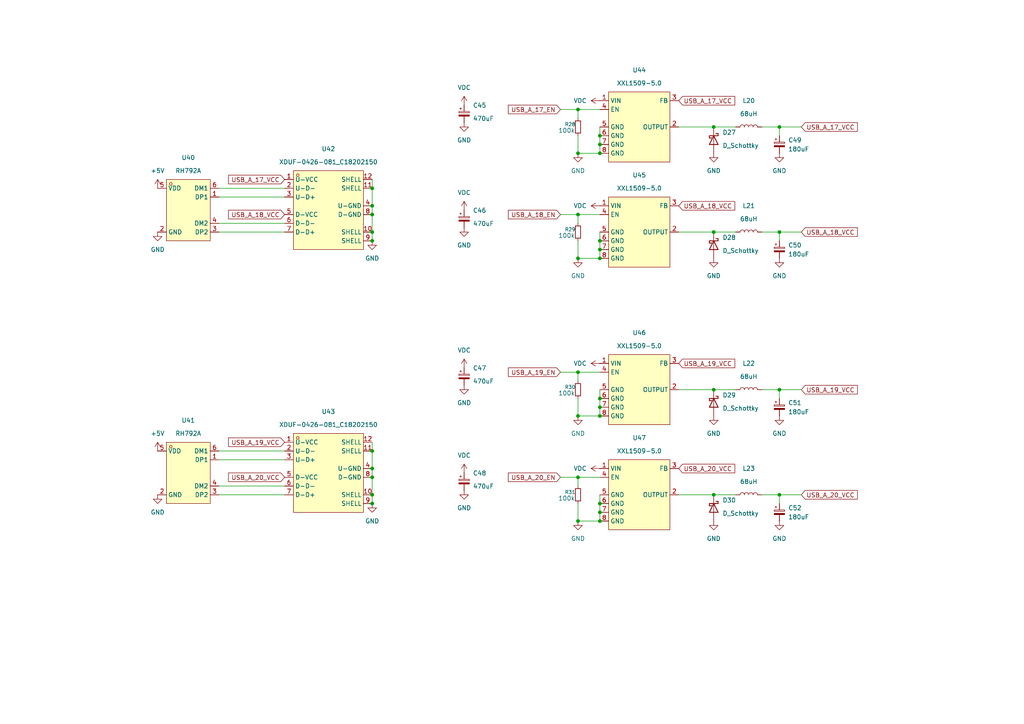
<source format=kicad_sch>
(kicad_sch (version 20250114) (generator "eeschema") (generator_version "9.0")
  (paper "A4")
  (lib_symbols
    (symbol "Device:C_Polarized_Small" (pin_numbers (hide yes)) (pin_names (offset 0.254) (hide yes))
      (property "Reference" "C" (at 0.254 1.778 0))
      (property "Value" "C_Polarized_Small" (at 0.254 -2.032 0))
      (symbol "C_Polarized_Small_0_1"
        (rectangle (start -1.524 0.6858) (end 1.524 0.3048))
        (rectangle (start -1.524 -0.3048) (end 1.524 -0.6858) (fill (type outline)))
        (polyline (pts (xy -1.27 1.524) (xy -0.762 1.524)))
        (polyline (pts (xy -1.016 1.27) (xy -1.016 1.778)))
      )
      (symbol "C_Polarized_Small_1_1"
        (pin passive line (at 0 2.54 270) (length 1.8542) (name "~") (number "1"))
        (pin passive line (at 0 -2.54 90) (length 1.8542) (name "~") (number "2"))
      )
    )
    (symbol "Device:D_Schottky" (pin_numbers (hide yes)) (pin_names (offset 1.016) (hide yes))
      (property "Reference" "D" (at 0 2.54 0))
      (property "Value" "D_Schottky" (at 0 -2.54 0))
      (symbol "D_Schottky_0_1"
        (polyline (pts (xy -1.905 0.635) (xy -1.905 1.27) (xy -1.27 1.27) (xy -1.27 -1.27) (xy -0.635 -1.27) (xy -0.635 -0.635)) (stroke (width 0.254)))
        (polyline (pts (xy 1.27 1.27) (xy 1.27 -1.27) (xy -1.27 0) (xy 1.27 1.27)) (stroke (width 0.254)))
        (polyline (pts (xy 1.27 0) (xy -1.27 0)))
      )
      (symbol "D_Schottky_1_1"
        (pin passive line (at -3.81 0 0) (length 2.54) (name "K") (number "1"))
        (pin passive line (at 3.81 0 180) (length 2.54) (name "A") (number "2"))
      )
    )
    (symbol "Device:L" (pin_numbers (hide yes)) (pin_names (offset 1.016) (hide yes))
      (property "Reference" "L" (at -1.27 0 90))
      (property "Value" "L" (at 1.905 0 90))
      (symbol "L_0_1"
        (arc (start 0 2.54) (mid 0.6323 1.905) (end 0 1.27))
        (arc (start 0 1.27) (mid 0.6323 0.635) (end 0 0))
        (arc (start 0 0) (mid 0.6323 -0.635) (end 0 -1.27))
        (arc (start 0 -1.27) (mid 0.6323 -1.905) (end 0 -2.54))
      )
      (symbol "L_1_1"
        (pin passive line (at 0 3.81 270) (length 1.27) (name "1") (number "1"))
        (pin passive line (at 0 -3.81 90) (length 1.27) (name "2") (number "2"))
      )
    )
    (symbol "Device:R_Small" (pin_numbers (hide yes)) (pin_names (offset 0.254) (hide yes))
      (property "Reference" "R" (at 0 0 90))
      (property "Value" "R_Small" (at 1.778 0 90))
      (symbol "R_Small_0_1"
        (rectangle (start -0.762 1.778) (end 0.762 -1.778) (stroke (width 0.2032)))
      )
      (symbol "R_Small_1_1"
        (pin passive line (at 0 2.54 270) (length 0.762) (name "~") (number "1"))
        (pin passive line (at 0 -2.54 90) (length 0.762) (name "~") (number "2"))
      )
    )
    (symbol "EasyEDA:RH792A"
      (property "Reference" "U" (at 0 7.62 0))
      (property "Value" "RH792A" (at 0 -14.986 0))
      (symbol "RH792A_0_1"
        (rectangle (start -6.35 5.08) (end 6.35 -12.7) (fill (type background)))
        (circle (center -5.08 3.81) (radius 0.38))
        (pin unspecified line (at -8.89 2.54 0) (length 2.54) (name "VDD") (number "5"))
        (pin unspecified line (at -8.89 -10.16 0) (length 2.54) (name "GND") (number "2"))
        (pin unspecified line (at 8.89 2.54 180) (length 2.54) (name "DM1") (number "6"))
        (pin unspecified line (at 8.89 0 180) (length 2.54) (name "DP1") (number "1"))
        (pin unspecified line (at 8.89 -7.62 180) (length 2.54) (name "DM2") (number "4"))
        (pin unspecified line (at 8.89 -10.16 180) (length 2.54) (name "DP2") (number "3"))
      )
    )
    (symbol "EasyEDA:XDUF-0426-081_C18202150"
      (property "Reference" "U" (at 0 15.24 0))
      (property "Value" "XDUF-0426-081_C18202150" (at 0 -12.7 0))
      (symbol "XDUF-0426-081_C18202150_0_1"
        (rectangle (start -10.16 12.7) (end 10.16 -10.16) (fill (type background)))
        (circle (center -8.89 11.43) (radius 0.38))
        (pin unspecified line (at -12.7 10.16 0) (length 2.54) (name "U-VCC") (number "1"))
        (pin unspecified line (at -12.7 7.62 0) (length 2.54) (name "U-D-") (number "2"))
        (pin unspecified line (at -12.7 5.08 0) (length 2.54) (name "U-D+") (number "3"))
        (pin unspecified line (at -12.7 0 0) (length 2.54) (name "D-VCC") (number "5"))
        (pin unspecified line (at -12.7 -2.54 0) (length 2.54) (name "D-D-") (number "6"))
        (pin unspecified line (at -12.7 -5.08 0) (length 2.54) (name "D-D+") (number "7"))
        (pin unspecified line (at 12.7 10.16 180) (length 2.54) (name "SHELL") (number "12"))
        (pin unspecified line (at 12.7 7.62 180) (length 2.54) (name "SHELL") (number "11"))
        (pin unspecified line (at 12.7 2.54 180) (length 2.54) (name "U-GND") (number "4"))
        (pin unspecified line (at 12.7 0 180) (length 2.54) (name "D-GND") (number "8"))
        (pin unspecified line (at 12.7 -5.08 180) (length 2.54) (name "SHELL") (number "10"))
        (pin unspecified line (at 12.7 -7.62 180) (length 2.54) (name "SHELL") (number "9"))
      )
    )
    (symbol "EasyEDA:XXL1509-5.0"
      (property "Reference" "U" (at 0 12.7 0))
      (property "Value" "XXL1509-5.0" (at 0 -12.7 0))
      (symbol "XXL1509-5.0_0_1"
        (rectangle (start -8.89 10.16) (end 8.89 -10.16) (fill (type background)))
        (pin unspecified line (at -11.43 7.62 0) (length 2.54) (name "FB") (number "3"))
        (pin unspecified line (at -11.43 0 0) (length 2.54) (name "OUTPUT") (number "2"))
        (pin unspecified line (at 11.43 7.62 180) (length 2.54) (name "VIN") (number "1"))
        (pin unspecified line (at 11.43 5.08 180) (length 2.54) (name "EN") (number "4"))
        (pin unspecified line (at 11.43 0 180) (length 2.54) (name "GND") (number "5"))
        (pin unspecified line (at 11.43 -2.54 180) (length 2.54) (name "GND") (number "6"))
        (pin unspecified line (at 11.43 -5.08 180) (length 2.54) (name "GND") (number "7"))
        (pin unspecified line (at 11.43 -7.62 180) (length 2.54) (name "GND") (number "8"))
      )
    )
    (symbol "power:+5V" (power) (pin_numbers (hide yes)) (pin_names (offset 0) (hide yes))
      (property "Value" "+5V" (at 0 3.556 0))
      (symbol "+5V_0_1"
        (polyline (pts (xy -0.762 1.27) (xy 0 2.54)))
        (polyline (pts (xy 0 2.54) (xy 0.762 1.27)))
        (polyline (pts (xy 0 0) (xy 0 2.54)))
      )
      (symbol "+5V_1_1"
        (pin power_in line (at 0 0 90) (length 0) (name "~") (number "1"))
      )
    )
    (symbol "power:GND" (power) (pin_numbers (hide yes)) (pin_names (offset 0) (hide yes))
      (property "Value" "GND" (at 0 -3.81 0))
      (symbol "GND_0_1"
        (polyline (pts (xy 0 0) (xy 0 -1.27) (xy 1.27 -1.27) (xy 0 -2.54) (xy -1.27 -1.27) (xy 0 -1.27)))
      )
      (symbol "GND_1_1"
        (pin power_in line (at 0 0 270) (length 0) (name "~") (number "1"))
      )
    )
    (symbol "power:VDC" (power) (pin_numbers (hide yes)) (pin_names (offset 0) (hide yes))
      (property "Value" "VDC" (at 0 3.556 0))
      (symbol "VDC_0_1"
        (polyline (pts (xy -0.762 1.27) (xy 0 2.54)))
        (polyline (pts (xy 0 2.54) (xy 0.762 1.27)))
        (polyline (pts (xy 0 0) (xy 0 2.54)))
      )
      (symbol "VDC_1_1"
        (pin power_in line (at 0 0 90) (length 0) (name "~") (number "1"))
      )
    )
  )
  (junction (at 173.99 120.65))
  (junction (at 173.99 39.37))
  (junction (at 173.99 74.93))
  (junction (at 173.99 146.05))
  (junction (at 173.99 72.39))
  (junction (at 173.99 115.57))
  (junction (at 173.99 44.45))
  (junction (at 226.06 36.83))
  (junction (at 226.06 143.51))
  (junction (at 167.64 74.93))
  (junction (at 107.95 138.43))
  (junction (at 167.64 31.75))
  (junction (at 107.95 135.89))
  (junction (at 107.95 130.81))
  (junction (at 107.95 146.05))
  (junction (at 226.06 113.03))
  (junction (at 107.95 69.85))
  (junction (at 167.64 151.13))
  (junction (at 207.01 143.51))
  (junction (at 107.95 143.51))
  (junction (at 173.99 69.85))
  (junction (at 107.95 59.69))
  (junction (at 173.99 151.13))
  (junction (at 167.64 62.23))
  (junction (at 107.95 54.61))
  (junction (at 207.01 36.83))
  (junction (at 207.01 113.03))
  (junction (at 167.64 107.95))
  (junction (at 107.95 62.23))
  (junction (at 107.95 67.31))
  (junction (at 167.64 44.45))
  (junction (at 173.99 148.59))
  (junction (at 173.99 41.91))
  (junction (at 173.99 118.11))
  (junction (at 167.64 120.65))
  (junction (at 207.01 67.31))
  (junction (at 167.64 138.43))
  (junction (at 226.06 67.31))
  (wire (pts (xy 107.95 62.23) (xy 107.95 67.31)))
  (wire (pts (xy 63.5 133.35) (xy 82.55 133.35)))
  (wire (pts (xy 220.98 143.51) (xy 226.06 143.51)))
  (wire (pts (xy 107.95 52.07) (xy 107.95 54.61)))
  (wire (pts (xy 220.98 113.03) (xy 226.06 113.03)))
  (wire (pts (xy 173.99 36.83) (xy 173.99 39.37)))
  (wire (pts (xy 63.5 130.81) (xy 82.55 130.81)))
  (wire (pts (xy 173.99 41.91) (xy 173.99 39.37)))
  (wire (pts (xy 173.99 72.39) (xy 173.99 69.85)))
  (wire (pts (xy 63.5 143.51) (xy 82.55 143.51)))
  (wire (pts (xy 167.64 151.13) (xy 173.99 151.13)))
  (wire (pts (xy 107.95 128.27) (xy 107.95 130.81)))
  (wire (pts (xy 107.95 59.69) (xy 107.95 62.23)))
  (wire (pts (xy 173.99 120.65) (xy 173.99 118.11)))
  (wire (pts (xy 167.64 120.65) (xy 167.64 115.57)))
  (wire (pts (xy 167.64 138.43) (xy 173.99 138.43)))
  (wire (pts (xy 167.64 62.23) (xy 173.99 62.23)))
  (wire (pts (xy 226.06 39.37) (xy 226.06 36.83)))
  (wire (pts (xy 226.06 143.51) (xy 232.41 143.51)))
  (wire (pts (xy 167.64 44.45) (xy 167.64 39.37)))
  (wire (pts (xy 226.06 67.31) (xy 232.41 67.31)))
  (wire (pts (xy 63.5 67.31) (xy 82.55 67.31)))
  (wire (pts (xy 207.01 36.83) (xy 213.36 36.83)))
  (wire (pts (xy 196.85 36.83) (xy 207.01 36.83)))
  (wire (pts (xy 107.95 143.51) (xy 107.95 146.05)))
  (wire (pts (xy 63.5 64.77) (xy 82.55 64.77)))
  (wire (pts (xy 162.56 31.75) (xy 167.64 31.75)))
  (wire (pts (xy 207.01 143.51) (xy 213.36 143.51)))
  (wire (pts (xy 220.98 36.83) (xy 226.06 36.83)))
  (wire (pts (xy 107.95 138.43) (xy 107.95 143.51)))
  (wire (pts (xy 226.06 146.05) (xy 226.06 143.51)))
  (wire (pts (xy 107.95 135.89) (xy 107.95 138.43)))
  (wire (pts (xy 207.01 113.03) (xy 213.36 113.03)))
  (wire (pts (xy 196.85 67.31) (xy 207.01 67.31)))
  (wire (pts (xy 173.99 148.59) (xy 173.99 146.05)))
  (wire (pts (xy 173.99 67.31) (xy 173.99 69.85)))
  (wire (pts (xy 63.5 54.61) (xy 82.55 54.61)))
  (wire (pts (xy 173.99 44.45) (xy 173.99 41.91)))
  (wire (pts (xy 196.85 113.03) (xy 207.01 113.03)))
  (wire (pts (xy 173.99 151.13) (xy 173.99 148.59)))
  (wire (pts (xy 196.85 143.51) (xy 207.01 143.51)))
  (wire (pts (xy 167.64 74.93) (xy 167.64 69.85)))
  (wire (pts (xy 63.5 140.97) (xy 82.55 140.97)))
  (wire (pts (xy 167.64 62.23) (xy 167.64 64.77)))
  (wire (pts (xy 167.64 151.13) (xy 167.64 146.05)))
  (wire (pts (xy 226.06 115.57) (xy 226.06 113.03)))
  (wire (pts (xy 173.99 113.03) (xy 173.99 115.57)))
  (wire (pts (xy 173.99 143.51) (xy 173.99 146.05)))
  (wire (pts (xy 173.99 74.93) (xy 173.99 72.39)))
  (wire (pts (xy 173.99 118.11) (xy 173.99 115.57)))
  (wire (pts (xy 167.64 107.95) (xy 173.99 107.95)))
  (wire (pts (xy 162.56 62.23) (xy 167.64 62.23)))
  (wire (pts (xy 207.01 67.31) (xy 213.36 67.31)))
  (wire (pts (xy 167.64 74.93) (xy 173.99 74.93)))
  (wire (pts (xy 167.64 138.43) (xy 167.64 140.97)))
  (wire (pts (xy 226.06 69.85) (xy 226.06 67.31)))
  (wire (pts (xy 220.98 67.31) (xy 226.06 67.31)))
  (wire (pts (xy 63.5 57.15) (xy 82.55 57.15)))
  (wire (pts (xy 162.56 138.43) (xy 167.64 138.43)))
  (wire (pts (xy 226.06 36.83) (xy 232.41 36.83)))
  (wire (pts (xy 167.64 120.65) (xy 173.99 120.65)))
  (wire (pts (xy 226.06 113.03) (xy 232.41 113.03)))
  (wire (pts (xy 107.95 130.81) (xy 107.95 135.89)))
  (wire (pts (xy 107.95 67.31) (xy 107.95 69.85)))
  (wire (pts (xy 167.64 31.75) (xy 167.64 34.29)))
  (wire (pts (xy 162.56 107.95) (xy 167.64 107.95)))
  (wire (pts (xy 167.64 107.95) (xy 167.64 110.49)))
  (wire (pts (xy 167.64 31.75) (xy 173.99 31.75)))
  (wire (pts (xy 167.64 44.45) (xy 173.99 44.45)))
  (wire (pts (xy 107.95 54.61) (xy 107.95 59.69)))
  (global_label "USB_A_20_VCC" (shape input) (at 196.85 135.89 0) (property "Intersheetrefs" "${INTERSHEET_REFS}" (effects (hide yes))))
  (global_label "USB_A_17_VCC" (shape input) (at 82.55 52.07 180) (property "Intersheetrefs" "${INTERSHEET_REFS}" (effects (hide yes))))
  (global_label "USB_A_20_VCC" (shape input) (at 82.55 138.43 180) (property "Intersheetrefs" "${INTERSHEET_REFS}" (effects (hide yes))))
  (global_label "USB_A_19_EN" (shape input) (at 162.56 107.95 180) (property "Intersheetrefs" "${INTERSHEET_REFS}" (effects (hide yes))))
  (global_label "USB_A_20_EN" (shape input) (at 162.56 138.43 180) (property "Intersheetrefs" "${INTERSHEET_REFS}" (effects (hide yes))))
  (global_label "USB_A_17_VCC" (shape input) (at 196.85 29.21 0) (property "Intersheetrefs" "${INTERSHEET_REFS}" (effects (hide yes))))
  (global_label "USB_A_19_VCC" (shape input) (at 232.41 113.03 0) (property "Intersheetrefs" "${INTERSHEET_REFS}" (effects (hide yes))))
  (global_label "USB_A_19_VCC" (shape input) (at 82.55 128.27 180) (property "Intersheetrefs" "${INTERSHEET_REFS}" (effects (hide yes))))
  (global_label "USB_A_17_VCC" (shape input) (at 232.41 36.83 0) (property "Intersheetrefs" "${INTERSHEET_REFS}" (effects (hide yes))))
  (global_label "USB_A_18_EN" (shape input) (at 162.56 62.23 180) (property "Intersheetrefs" "${INTERSHEET_REFS}" (effects (hide yes))))
  (global_label "USB_A_18_VCC" (shape input) (at 196.85 59.69 0) (property "Intersheetrefs" "${INTERSHEET_REFS}" (effects (hide yes))))
  (global_label "USB_A_18_VCC" (shape input) (at 232.41 67.31 0) (property "Intersheetrefs" "${INTERSHEET_REFS}" (effects (hide yes))))
  (global_label "USB_A_17_EN" (shape input) (at 162.56 31.75 180) (property "Intersheetrefs" "${INTERSHEET_REFS}" (effects (hide yes))))
  (global_label "USB_A_18_VCC" (shape input) (at 82.55 62.23 180) (property "Intersheetrefs" "${INTERSHEET_REFS}" (effects (hide yes))))
  (global_label "USB_A_20_VCC" (shape input) (at 232.41 143.51 0) (property "Intersheetrefs" "${INTERSHEET_REFS}" (effects (hide yes))))
  (global_label "USB_A_19_VCC" (shape input) (at 196.85 105.41 0) (property "Intersheetrefs" "${INTERSHEET_REFS}" (effects (hide yes))))
  (symbol (lib_id "power:GND") (at 107.95 69.85 0) (unit 1)
    (property "Reference" "#PWR0236" (effects (hide yes)))
    (property "Value" "GND" (at 107.95 74.93 0))
    (property "Description" "Power symbol creates a global label with name \"GND\" , ground" (effects (hide yes)))
  )
  (symbol (lib_id "power:GND") (at 167.64 44.45 0) (mirror y) (unit 1)
    (property "Reference" "#PWR0246" (effects (hide yes)))
    (property "Value" "GND" (at 167.64 49.53 0))
    (property "Description" "Power symbol creates a global label with name \"GND\" , ground" (effects (hide yes)))
  )
  (symbol (lib_id "power:GND") (at 167.64 74.93 0) (mirror y) (unit 1)
    (property "Reference" "#PWR0247" (effects (hide yes)))
    (property "Value" "GND" (at 167.64 80.01 0))
    (property "Description" "Power symbol creates a global label with name \"GND\" , ground" (effects (hide yes)))
  )
  (symbol (lib_id "power:VDC") (at 134.62 30.48 0) (unit 1)
    (property "Reference" "#PWR0238" (effects (hide yes)))
    (property "Value" "VDC" (at 134.62 25.4 0))
    (property "Description" "Power symbol creates a global label with name \"VDC\"" (effects (hide yes)))
  )
  (symbol (lib_id "power:GND") (at 45.72 143.51 0) (unit 1)
    (property "Reference" "#PWR0235" (effects (hide yes)))
    (property "Value" "GND" (at 45.72 148.59 0))
    (property "Description" "Power symbol creates a global label with name \"GND\" , ground" (effects (hide yes)))
  )
  (symbol (lib_id "Device:D_Schottky") (at 207.01 71.12 270) (unit 1)
    (property "Reference" "D28" (at 209.55 68.8974 90) (effects (justify left)))
    (property "Value" "D_Schottky" (at 209.55 72.7074 90) (effects (justify left)))
    (property "Description" "Schottky diode" (effects (hide yes)))
  )
  (symbol (lib_id "Device:D_Schottky") (at 207.01 116.84 270) (unit 1)
    (property "Reference" "D29" (at 209.55 114.6174 90) (effects (justify left)))
    (property "Value" "D_Schottky" (at 209.55 118.4274 90) (effects (justify left)))
    (property "Description" "Schottky diode" (effects (hide yes)))
  )
  (symbol (lib_id "power:GND") (at 134.62 35.56 0) (unit 1)
    (property "Reference" "#PWR0239" (effects (hide yes)))
    (property "Value" "GND" (at 134.62 40.64 0))
    (property "Description" "Power symbol creates a global label with name \"GND\" , ground" (effects (hide yes)))
  )
  (symbol (lib_id "power:GND") (at 207.01 120.65 0) (unit 1)
    (property "Reference" "#PWR0256" (effects (hide yes)))
    (property "Value" "GND" (at 207.01 125.73 0))
    (property "Description" "Power symbol creates a global label with name \"GND\" , ground" (effects (hide yes)))
  )
  (symbol (lib_id "power:+5V") (at 45.72 54.61 0) (unit 1)
    (property "Reference" "#PWR0232" (effects (hide yes)))
    (property "Value" "+5V" (at 45.72 49.53 0))
    (property "Description" "Power symbol creates a global label with name \"+5V\"" (effects (hide yes)))
  )
  (symbol (lib_id "power:GND") (at 226.06 74.93 0) (unit 1)
    (property "Reference" "#PWR0259" (effects (hide yes)))
    (property "Value" "GND" (at 226.06 80.01 0))
    (property "Description" "Power symbol creates a global label with name \"GND\" , ground" (effects (hide yes)))
  )
  (symbol (lib_id "power:VDC") (at 134.62 106.68 0) (unit 1)
    (property "Reference" "#PWR0242" (effects (hide yes)))
    (property "Value" "VDC" (at 134.62 101.6 0))
    (property "Description" "Power symbol creates a global label with name \"VDC\"" (effects (hide yes)))
  )
  (symbol (lib_id "EasyEDA:XDUF-0426-081_C18202150") (at 95.25 62.23 0) (unit 1)
    (property "Reference" "U42" (at 95.25 43.18 0))
    (property "Value" "XDUF-0426-081_C18202150" (at 95.25 46.99 0))
    (property "Footprint" "easyeda2kicad:USB-A-TH_XDUF-0426-081" (effects (hide yes)))
    (property "LCSC Part" "C18202150" (effects (hide yes)))
  )
  (symbol (lib_id "power:VDC") (at 173.99 59.69 90) (unit 1)
    (property "Reference" "#PWR0251" (effects (hide yes)))
    (property "Value" "VDC" (at 170.18 59.6899 90) (effects (justify left)))
    (property "Description" "Power symbol creates a global label with name \"VDC\"" (effects (hide yes)))
  )
  (symbol (lib_id "Device:C_Polarized_Small") (at 134.62 139.7 0) (unit 1)
    (property "Reference" "C48" (at 137.16 137.2488 0) (effects (justify left)))
    (property "Value" "470uF" (at 137.16 141.0588 0) (effects (justify left)))
    (property "Description" "Polarized capacitor, small symbol" (effects (hide yes)))
  )
  (symbol (lib_id "Device:L") (at 217.17 67.31 90) (unit 1)
    (property "Reference" "L21" (at 217.17 59.69 90))
    (property "Value" "68uH" (at 217.17 63.5 90))
    (property "Description" "Inductor" (effects (hide yes)))
  )
  (symbol (lib_id "power:GND") (at 134.62 66.04 0) (unit 1)
    (property "Reference" "#PWR0241" (effects (hide yes)))
    (property "Value" "GND" (at 134.62 71.12 0))
    (property "Description" "Power symbol creates a global label with name \"GND\" , ground" (effects (hide yes)))
  )
  (symbol (lib_id "power:GND") (at 207.01 74.93 0) (unit 1)
    (property "Reference" "#PWR0255" (effects (hide yes)))
    (property "Value" "GND" (at 207.01 80.01 0))
    (property "Description" "Power symbol creates a global label with name \"GND\" , ground" (effects (hide yes)))
  )
  (symbol (lib_id "EasyEDA:XXL1509-5.0") (at 185.42 36.83 0) (mirror y) (unit 1)
    (property "Reference" "U44" (at 185.42 20.32 0))
    (property "Value" "XXL1509-5.0" (at 185.42 24.13 0))
    (property "Footprint" "easyeda2kicad:SOIC-8_L4.9-W3.9-P1.27-LS6.0-BL" (effects (hide yes)))
    (property "LCSC Part" "C42376977" (effects (hide yes)))
  )
  (symbol (lib_id "power:+5V") (at 45.72 130.81 0) (unit 1)
    (property "Reference" "#PWR0234" (effects (hide yes)))
    (property "Value" "+5V" (at 45.72 125.73 0))
    (property "Description" "Power symbol creates a global label with name \"+5V\"" (effects (hide yes)))
  )
  (symbol (lib_id "power:VDC") (at 134.62 137.16 0) (unit 1)
    (property "Reference" "#PWR0244" (effects (hide yes)))
    (property "Value" "VDC" (at 134.62 132.08 0))
    (property "Description" "Power symbol creates a global label with name \"VDC\"" (effects (hide yes)))
  )
  (symbol (lib_id "power:GND") (at 226.06 151.13 0) (unit 1)
    (property "Reference" "#PWR0261" (effects (hide yes)))
    (property "Value" "GND" (at 226.06 156.21 0))
    (property "Description" "Power symbol creates a global label with name \"GND\" , ground" (effects (hide yes)))
  )
  (symbol (lib_id "power:VDC") (at 173.99 105.41 90) (unit 1)
    (property "Reference" "#PWR0252" (effects (hide yes)))
    (property "Value" "VDC" (at 170.18 105.4099 90) (effects (justify left)))
    (property "Description" "Power symbol creates a global label with name \"VDC\"" (effects (hide yes)))
  )
  (symbol (lib_id "power:GND") (at 226.06 44.45 0) (unit 1)
    (property "Reference" "#PWR0258" (effects (hide yes)))
    (property "Value" "GND" (at 226.06 49.53 0))
    (property "Description" "Power symbol creates a global label with name \"GND\" , ground" (effects (hide yes)))
  )
  (symbol (lib_id "power:GND") (at 107.95 146.05 0) (unit 1)
    (property "Reference" "#PWR0237" (effects (hide yes)))
    (property "Value" "GND" (at 107.95 151.13 0))
    (property "Description" "Power symbol creates a global label with name \"GND\" , ground" (effects (hide yes)))
  )
  (symbol (lib_id "Device:D_Schottky") (at 207.01 147.32 270) (unit 1)
    (property "Reference" "D30" (at 209.55 145.0974 90) (effects (justify left)))
    (property "Value" "D_Schottky" (at 209.55 148.9074 90) (effects (justify left)))
    (property "Description" "Schottky diode" (effects (hide yes)))
  )
  (symbol (lib_id "Device:D_Schottky") (at 207.01 40.64 270) (unit 1)
    (property "Reference" "D27" (at 209.55 38.4174 90) (effects (justify left)))
    (property "Value" "D_Schottky" (at 209.55 42.2274 90) (effects (justify left)))
    (property "Description" "Schottky diode" (effects (hide yes)))
  )
  (symbol (lib_id "Device:C_Polarized_Small") (at 134.62 63.5 0) (unit 1)
    (property "Reference" "C46" (at 137.16 61.0488 0) (effects (justify left)))
    (property "Value" "470uF" (at 137.16 64.8588 0) (effects (justify left)))
    (property "Description" "Polarized capacitor, small symbol" (effects (hide yes)))
  )
  (symbol (lib_id "Device:C_Polarized_Small") (at 226.06 41.91 0) (unit 1)
    (property "Reference" "C49" (at 228.6 40.64 0) (effects (justify left)))
    (property "Value" "180uF" (at 228.6 43.2688 0) (effects (justify left)))
    (property "Description" "Polarized capacitor, small symbol" (effects (hide yes)))
  )
  (symbol (lib_id "Device:R_Small") (at 167.64 113.03 180) (unit 1)
    (property "Reference" "R30" (at 165.354 112.268 0) (effects (font (size 1.016 1.016))))
    (property "Value" "100k" (at 164.338 114.046 0))
    (property "Description" "Resistor, small symbol" (effects (hide yes)))
  )
  (symbol (lib_id "power:GND") (at 167.64 120.65 0) (mirror y) (unit 1)
    (property "Reference" "#PWR0248" (effects (hide yes)))
    (property "Value" "GND" (at 167.64 125.73 0))
    (property "Description" "Power symbol creates a global label with name \"GND\" , ground" (effects (hide yes)))
  )
  (symbol (lib_id "Device:R_Small") (at 167.64 143.51 180) (unit 1)
    (property "Reference" "R31" (at 165.354 142.748 0) (effects (font (size 1.016 1.016))))
    (property "Value" "100k" (at 164.338 144.526 0))
    (property "Description" "Resistor, small symbol" (effects (hide yes)))
  )
  (symbol (lib_id "EasyEDA:XXL1509-5.0") (at 185.42 113.03 0) (mirror y) (unit 1)
    (property "Reference" "U46" (at 185.42 96.52 0))
    (property "Value" "XXL1509-5.0" (at 185.42 100.33 0))
    (property "Footprint" "easyeda2kicad:SOIC-8_L4.9-W3.9-P1.27-LS6.0-BL" (effects (hide yes)))
    (property "LCSC Part" "C42376977" (effects (hide yes)))
  )
  (symbol (lib_id "EasyEDA:XXL1509-5.0") (at 185.42 143.51 0) (mirror y) (unit 1)
    (property "Reference" "U47" (at 185.42 127 0))
    (property "Value" "XXL1509-5.0" (at 185.42 130.81 0))
    (property "Footprint" "easyeda2kicad:SOIC-8_L4.9-W3.9-P1.27-LS6.0-BL" (effects (hide yes)))
    (property "LCSC Part" "C42376977" (effects (hide yes)))
  )
  (symbol (lib_id "power:GND") (at 207.01 151.13 0) (unit 1)
    (property "Reference" "#PWR0257" (effects (hide yes)))
    (property "Value" "GND" (at 207.01 156.21 0))
    (property "Description" "Power symbol creates a global label with name \"GND\" , ground" (effects (hide yes)))
  )
  (symbol (lib_id "Device:R_Small") (at 167.64 36.83 180) (unit 1)
    (property "Reference" "R28" (at 165.354 36.068 0) (effects (font (size 1.016 1.016))))
    (property "Value" "100k" (at 164.338 37.846 0))
    (property "Description" "Resistor, small symbol" (effects (hide yes)))
  )
  (symbol (lib_id "Device:C_Polarized_Small") (at 134.62 33.02 0) (unit 1)
    (property "Reference" "C45" (at 137.16 30.5688 0) (effects (justify left)))
    (property "Value" "470uF" (at 137.16 34.3788 0) (effects (justify left)))
    (property "Description" "Polarized capacitor, small symbol" (effects (hide yes)))
  )
  (symbol (lib_id "power:GND") (at 45.72 67.31 0) (unit 1)
    (property "Reference" "#PWR0233" (effects (hide yes)))
    (property "Value" "GND" (at 45.72 72.39 0))
    (property "Description" "Power symbol creates a global label with name \"GND\" , ground" (effects (hide yes)))
  )
  (symbol (lib_id "power:GND") (at 167.64 151.13 0) (mirror y) (unit 1)
    (property "Reference" "#PWR0249" (effects (hide yes)))
    (property "Value" "GND" (at 167.64 156.21 0))
    (property "Description" "Power symbol creates a global label with name \"GND\" , ground" (effects (hide yes)))
  )
  (symbol (lib_id "EasyEDA:RH792A") (at 54.61 133.35 0) (unit 1)
    (property "Reference" "U41" (at 54.61 121.92 0))
    (property "Value" "RH792A" (at 54.61 125.73 0))
    (property "Footprint" "easyeda2kicad:SOT-23-6_L2.9-W1.6-P0.95-LS2.9-BL" (effects (hide yes)))
    (property "LCSC Part" "C240192" (effects (hide yes)))
  )
  (symbol (lib_id "EasyEDA:RH792A") (at 54.61 57.15 0) (unit 1)
    (property "Reference" "U40" (at 54.61 45.72 0))
    (property "Value" "RH792A" (at 54.61 49.53 0))
    (property "Footprint" "easyeda2kicad:SOT-23-6_L2.9-W1.6-P0.95-LS2.9-BL" (effects (hide yes)))
    (property "LCSC Part" "C240192" (effects (hide yes)))
  )
  (symbol (lib_id "Device:C_Polarized_Small") (at 226.06 72.39 0) (unit 1)
    (property "Reference" "C50" (at 228.6 71.12 0) (effects (justify left)))
    (property "Value" "180uF" (at 228.6 73.7488 0) (effects (justify left)))
    (property "Description" "Polarized capacitor, small symbol" (effects (hide yes)))
  )
  (symbol (lib_id "Device:L") (at 217.17 36.83 90) (unit 1)
    (property "Reference" "L20" (at 217.17 29.21 90))
    (property "Value" "68uH" (at 217.17 33.02 90))
    (property "Description" "Inductor" (effects (hide yes)))
  )
  (symbol (lib_id "EasyEDA:XDUF-0426-081_C18202150") (at 95.25 138.43 0) (unit 1)
    (property "Reference" "U43" (at 95.25 119.38 0))
    (property "Value" "XDUF-0426-081_C18202150" (at 95.25 123.19 0))
    (property "Footprint" "easyeda2kicad:USB-A-TH_XDUF-0426-081" (effects (hide yes)))
    (property "LCSC Part" "C18202150" (effects (hide yes)))
  )
  (symbol (lib_id "Device:L") (at 217.17 113.03 90) (unit 1)
    (property "Reference" "L22" (at 217.17 105.41 90))
    (property "Value" "68uH" (at 217.17 109.22 90))
    (property "Description" "Inductor" (effects (hide yes)))
  )
  (symbol (lib_id "power:GND") (at 226.06 120.65 0) (unit 1)
    (property "Reference" "#PWR0260" (effects (hide yes)))
    (property "Value" "GND" (at 226.06 125.73 0))
    (property "Description" "Power symbol creates a global label with name \"GND\" , ground" (effects (hide yes)))
  )
  (symbol (lib_id "power:GND") (at 134.62 111.76 0) (unit 1)
    (property "Reference" "#PWR0243" (effects (hide yes)))
    (property "Value" "GND" (at 134.62 116.84 0))
    (property "Description" "Power symbol creates a global label with name \"GND\" , ground" (effects (hide yes)))
  )
  (symbol (lib_id "power:VDC") (at 173.99 29.21 90) (unit 1)
    (property "Reference" "#PWR0250" (effects (hide yes)))
    (property "Value" "VDC" (at 170.18 29.2099 90) (effects (justify left)))
    (property "Description" "Power symbol creates a global label with name \"VDC\"" (effects (hide yes)))
  )
  (symbol (lib_id "power:GND") (at 134.62 142.24 0) (unit 1)
    (property "Reference" "#PWR0245" (effects (hide yes)))
    (property "Value" "GND" (at 134.62 147.32 0))
    (property "Description" "Power symbol creates a global label with name \"GND\" , ground" (effects (hide yes)))
  )
  (symbol (lib_id "Device:C_Polarized_Small") (at 226.06 148.59 0) (unit 1)
    (property "Reference" "C52" (at 228.6 147.32 0) (effects (justify left)))
    (property "Value" "180uF" (at 228.6 149.9488 0) (effects (justify left)))
    (property "Description" "Polarized capacitor, small symbol" (effects (hide yes)))
  )
  (symbol (lib_id "EasyEDA:XXL1509-5.0") (at 185.42 67.31 0) (mirror y) (unit 1)
    (property "Reference" "U45" (at 185.42 50.8 0))
    (property "Value" "XXL1509-5.0" (at 185.42 54.61 0))
    (property "Footprint" "easyeda2kicad:SOIC-8_L4.9-W3.9-P1.27-LS6.0-BL" (effects (hide yes)))
    (property "LCSC Part" "C42376977" (effects (hide yes)))
  )
  (symbol (lib_id "Device:C_Polarized_Small") (at 226.06 118.11 0) (unit 1)
    (property "Reference" "C51" (at 228.6 116.84 0) (effects (justify left)))
    (property "Value" "180uF" (at 228.6 119.4688 0) (effects (justify left)))
    (property "Description" "Polarized capacitor, small symbol" (effects (hide yes)))
  )
  (symbol (lib_id "power:GND") (at 207.01 44.45 0) (unit 1)
    (property "Reference" "#PWR0254" (effects (hide yes)))
    (property "Value" "GND" (at 207.01 49.53 0))
    (property "Description" "Power symbol creates a global label with name \"GND\" , ground" (effects (hide yes)))
  )
  (symbol (lib_id "Device:C_Polarized_Small") (at 134.62 109.22 0) (unit 1)
    (property "Reference" "C47" (at 137.16 106.7688 0) (effects (justify left)))
    (property "Value" "470uF" (at 137.16 110.5788 0) (effects (justify left)))
    (property "Description" "Polarized capacitor, small symbol" (effects (hide yes)))
  )
  (symbol (lib_id "Device:L") (at 217.17 143.51 90) (unit 1)
    (property "Reference" "L23" (at 217.17 135.89 90))
    (property "Value" "68uH" (at 217.17 139.7 90))
    (property "Description" "Inductor" (effects (hide yes)))
  )
  (symbol (lib_id "power:VDC") (at 173.99 135.89 90) (unit 1)
    (property "Reference" "#PWR0253" (effects (hide yes)))
    (property "Value" "VDC" (at 170.18 135.8899 90) (effects (justify left)))
    (property "Description" "Power symbol creates a global label with name \"VDC\"" (effects (hide yes)))
  )
  (symbol (lib_id "Device:R_Small") (at 167.64 67.31 180) (unit 1)
    (property "Reference" "R29" (at 165.354 66.548 0) (effects (font (size 1.016 1.016))))
    (property "Value" "100k" (at 164.338 68.326 0))
    (property "Description" "Resistor, small symbol" (effects (hide yes)))
  )
  (symbol (lib_id "power:VDC") (at 134.62 60.96 0) (unit 1)
    (property "Reference" "#PWR0240" (effects (hide yes)))
    (property "Value" "VDC" (at 134.62 55.88 0))
    (property "Description" "Power symbol creates a global label with name \"VDC\"" (effects (hide yes)))
  )
)
</source>
